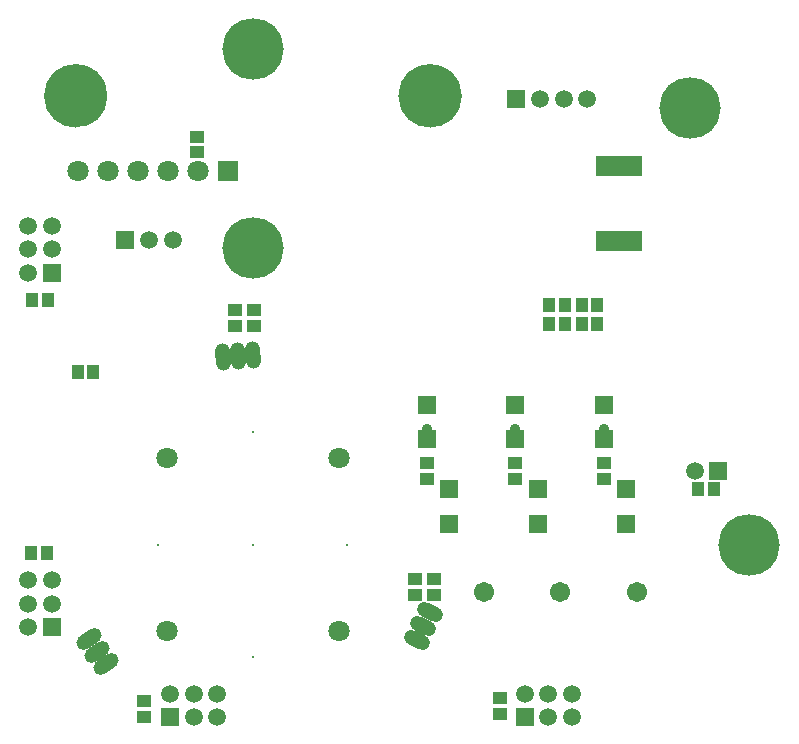
<source format=gbs>
G04*
G04 #@! TF.GenerationSoftware,Altium Limited,Altium Designer,24.4.1 (13)*
G04*
G04 Layer_Color=16711935*
%FSLAX44Y44*%
%MOMM*%
G71*
G04*
G04 #@! TF.SameCoordinates,8FCA56C2-8F78-4201-AFF4-6E38B21BD071*
G04*
G04*
G04 #@! TF.FilePolarity,Negative*
G04*
G01*
G75*
%ADD46C,1.2000*%
%ADD47R,1.1532X1.0532*%
%ADD48R,1.2032X1.1032*%
%ADD52R,1.1032X1.2032*%
%ADD69R,1.0532X1.1532*%
%ADD70C,1.5032*%
%ADD71R,1.5032X1.5032*%
%ADD72C,1.8032*%
%ADD73C,5.2032*%
G04:AMPARAMS|DCode=74|XSize=2.3432mm|YSize=1.2732mm|CornerRadius=0mm|HoleSize=0mm|Usage=FLASHONLY|Rotation=214.480|XOffset=0mm|YOffset=0mm|HoleType=Round|Shape=Round|*
%AMOVALD74*
21,1,1.0700,1.2732,0.0000,0.0000,214.48*
1,1,1.2732,0.4410,0.3029*
1,1,1.2732,-0.4410,-0.3029*
%
%ADD74OVALD74*%

G04:AMPARAMS|DCode=75|XSize=2.3432mm|YSize=1.2732mm|CornerRadius=0mm|HoleSize=0mm|Usage=FLASHONLY|Rotation=334.480|XOffset=0mm|YOffset=0mm|HoleType=Round|Shape=Round|*
%AMOVALD75*
21,1,1.0700,1.2732,0.0000,0.0000,334.48*
1,1,1.2732,-0.4828,0.2305*
1,1,1.2732,0.4828,-0.2305*
%
%ADD75OVALD75*%

G04:AMPARAMS|DCode=76|XSize=2.3432mm|YSize=1.2732mm|CornerRadius=0mm|HoleSize=0mm|Usage=FLASHONLY|Rotation=94.480|XOffset=0mm|YOffset=0mm|HoleType=Round|Shape=Round|*
%AMOVALD76*
21,1,1.0700,1.2732,0.0000,0.0000,94.48*
1,1,1.2732,0.0418,-0.5334*
1,1,1.2732,-0.0418,0.5334*
%
%ADD76OVALD76*%

%ADD77R,1.8032X1.8032*%
%ADD78C,1.7032*%
%ADD79C,0.2032*%
%ADD80R,1.5032X1.5032*%
%ADD81C,0.9032*%
%ADD101R,1.6032X1.5032*%
%ADD102R,3.8532X1.8032*%
D46*
X171000Y380000D02*
G03*
X171000Y380000I-21000J0D01*
G01*
X-129000D02*
G03*
X-129000Y380000I-21000J0D01*
G01*
D47*
X137000Y-42500D02*
D03*
Y-29500D02*
D03*
X-15000Y198500D02*
D03*
Y185500D02*
D03*
X-47000Y345500D02*
D03*
Y332500D02*
D03*
D48*
X297000Y68750D02*
D03*
Y55250D02*
D03*
X222000Y68750D02*
D03*
Y55250D02*
D03*
X147000Y55250D02*
D03*
Y68750D02*
D03*
X153000Y-42750D02*
D03*
Y-29250D02*
D03*
X1000Y185250D02*
D03*
Y198750D02*
D03*
X209000Y-143750D02*
D03*
Y-130250D02*
D03*
X-92000Y-145750D02*
D03*
Y-132250D02*
D03*
D52*
X390750Y47000D02*
D03*
X377250D02*
D03*
X-186750Y207000D02*
D03*
X-173250D02*
D03*
X-187750Y-7000D02*
D03*
X-174250D02*
D03*
D69*
X291500Y203000D02*
D03*
X278500D02*
D03*
X278500Y187000D02*
D03*
X291500D02*
D03*
X264000Y203000D02*
D03*
X251000D02*
D03*
X264000Y187000D02*
D03*
X251000D02*
D03*
X-148500Y146000D02*
D03*
X-135500D02*
D03*
D70*
X243000Y377000D02*
D03*
X263000D02*
D03*
X283000D02*
D03*
X-88000Y258000D02*
D03*
X-68000D02*
D03*
X374000Y62000D02*
D03*
X-190500Y-30000D02*
D03*
Y-50000D02*
D03*
X-170500Y-30000D02*
D03*
Y-50000D02*
D03*
X-190500Y-70000D02*
D03*
Y270000D02*
D03*
Y250000D02*
D03*
X-170500Y270000D02*
D03*
Y250000D02*
D03*
X-190500Y230000D02*
D03*
X270000Y-126300D02*
D03*
X250000D02*
D03*
X270000Y-146300D02*
D03*
X250000D02*
D03*
X230000Y-126300D02*
D03*
X-30000D02*
D03*
X-50000D02*
D03*
X-30000Y-146300D02*
D03*
X-50000D02*
D03*
X-70000Y-126300D02*
D03*
D71*
X223000Y377000D02*
D03*
X-108000Y258000D02*
D03*
X394000Y62000D02*
D03*
X230000Y-146300D02*
D03*
X-70000D02*
D03*
D72*
X73000Y73000D02*
D03*
Y-73000D02*
D03*
X-73000D02*
D03*
Y73000D02*
D03*
X-97700Y316000D02*
D03*
X-46900D02*
D03*
X-72300D02*
D03*
X-123100D02*
D03*
X-148500D02*
D03*
D73*
X0Y251000D02*
D03*
Y420000D02*
D03*
X-150000Y380000D02*
D03*
X150000D02*
D03*
X420000Y0D02*
D03*
X370000Y370000D02*
D03*
D74*
X-124701Y-101039D02*
D03*
X-139081Y-80101D02*
D03*
X-131891Y-90570D02*
D03*
D75*
X144389Y-68932D02*
D03*
X138918Y-80393D02*
D03*
X149860Y-57471D02*
D03*
D76*
X-25161Y158519D02*
D03*
X161Y160503D02*
D03*
X-12500Y159511D02*
D03*
D77*
X-21500Y316000D02*
D03*
D78*
X325000Y-40000D02*
D03*
X260000D02*
D03*
X196000D02*
D03*
D79*
X0Y0D02*
D03*
Y-95000D02*
D03*
Y95000D02*
D03*
X-80000Y0D02*
D03*
X80000D02*
D03*
D80*
X-170500Y-70000D02*
D03*
Y230000D02*
D03*
D81*
X297000Y97500D02*
D03*
X222000D02*
D03*
X147000D02*
D03*
D101*
X166000Y17750D02*
D03*
Y46750D02*
D03*
X147000Y118500D02*
D03*
Y89500D02*
D03*
X297000Y118500D02*
D03*
Y89500D02*
D03*
X316000Y17750D02*
D03*
Y46750D02*
D03*
X222000Y118500D02*
D03*
Y89500D02*
D03*
X241000Y17750D02*
D03*
Y46750D02*
D03*
D102*
X310000Y257250D02*
D03*
Y320750D02*
D03*
M02*

</source>
